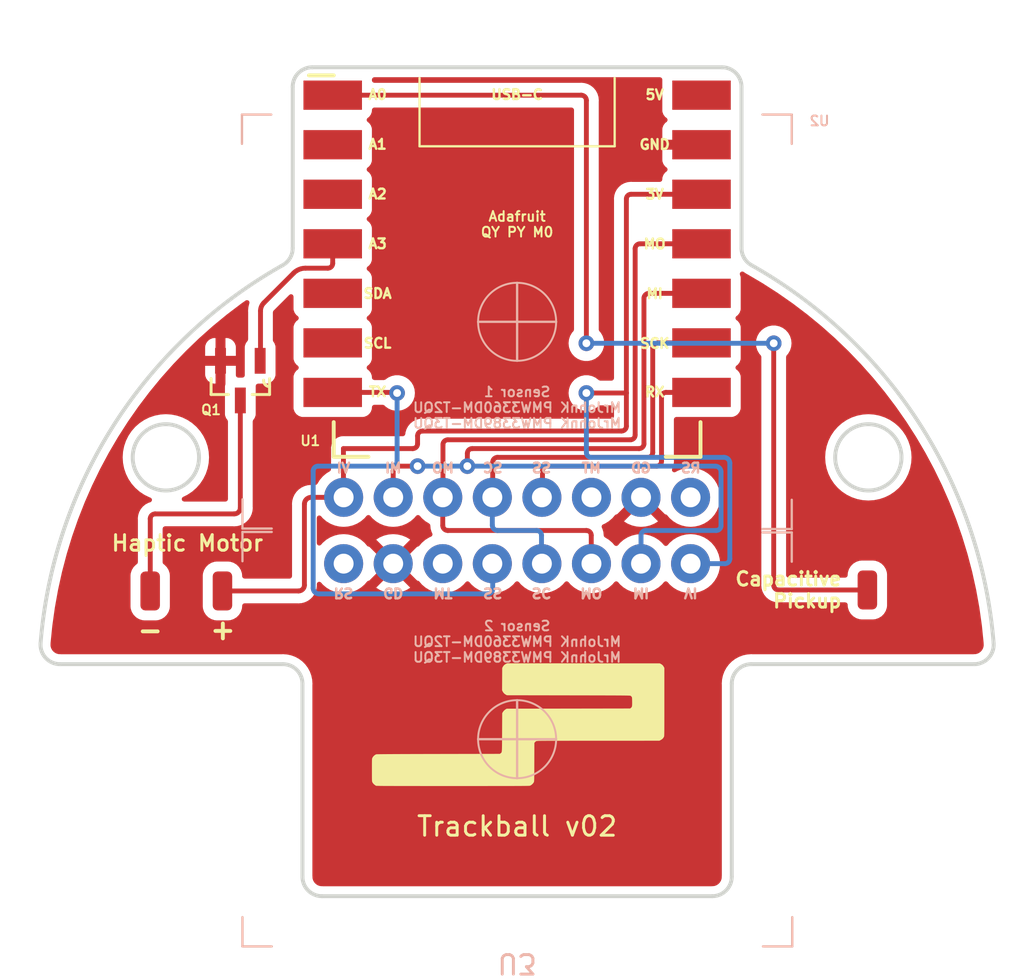
<source format=kicad_pcb>
(kicad_pcb (version 20211014) (generator pcbnew)
  (title_block (title "Claw Trackball") (date "2022-11-11") (rev "v01") (comment 1 "Author: Jim Palmer") (comment 2 "License: MIT"))
  (layers (0 "F.Cu" signal) (31 "B.Cu" signal) (36 "B.SilkS" user "B.Silkscreen") (37 "F.SilkS" user "F.Silkscreen") (38 "B.Mask" user) (39 "F.Mask" user) (44 "Edge.Cuts" user))
  (net 0 "")
  (net 1 "Net-(J1-Pad1)")
  (net 2 "Net-(J2-Pad1)")
  (net 3 "Net-(Q1-Pad1)")
  (net 4 "GND")
  (net 9 "Net-(U1-Pad11)")
  (net 10 "Net-(U1-Pad12)")
  (net 11 "Net-(U1-Pad13)")
  (net 12 "Net-(U1-Pad14)")
  (net 15 "Net-(U1-Pad7)")
  (net 19 "Net-(J3-Pad1)")
  (footprint "Trackball:Adafruit_QT_PY_M0" (layer "F.Cu") (at 144.5 131 -90)
    (fp_text reference "U1" (at 10.1 10.6 unlocked) (layer "F.SilkS") (effects (font (size 0.5 0.5) (thickness 0.1))))
    (fp_text value "Adafruit_QT_Py_M0")
    (fp_text user "RX" (at 7.6 -7.05 unlocked) (layer "F.SilkS") (effects (font (size 0.5 0.5) (thickness 0.125))))
    (fp_text user "MO" (at 0.009606 -7.05 unlocked) (layer "F.SilkS") (effects (font (size 0.5 0.5) (thickness 0.125))))
    (fp_text user "TX" (at 7.590394 7.15 unlocked) (layer "F.SilkS") (effects (font (size 0.5 0.5) (thickness 0.125))))
    (fp_text user "5V" (at -7.640394 -7.05 unlocked) (layer "F.SilkS") (effects (font (size 0.5 0.5) (thickness 0.125))))
    (fp_text user "MI" (at 2.559606 -7.05 unlocked) (layer "F.SilkS") (effects (font (size 0.5 0.5) (thickness 0.125))))
    (fp_text user "USB-C" (at -7.65 0 unlocked) (layer "F.SilkS") (effects (font (size 0.5 0.5) (thickness 0.125))))
    (fp_text user "A3" (at 0 7.15 unlocked) (layer "F.SilkS") (effects (font (size 0.5 0.5) (thickness 0.125))))
    (fp_text user "3V" (at -2.540394 -7.05 unlocked) (layer "F.SilkS") (effects (font (size 0.5 0.5) (thickness 0.125))))
    (fp_text user "GND" (at -5.090394 -7.05 unlocked) (layer "F.SilkS") (effects (font (size 0.5 0.5) (thickness 0.125))))
    (fp_text user "A1" (at -5.1 7.15 unlocked) (layer "F.SilkS") (effects (font (size 0.5 0.5) (thickness 0.125))))
    (fp_text user "SCK" (at 5.109606 -7.05 unlocked) (layer "F.SilkS") (effects (font (size 0.5 0.5) (thickness 0.125))))
    (fp_text user "SCL" (at 5.1 7.15 unlocked) (layer "F.SilkS") (effects (font (size 0.5 0.5) (thickness 0.125))))
    (fp_text user "SDA" (at 2.55 7.15 unlocked) (layer "F.SilkS") (effects (font (size 0.5 0.5) (thickness 0.125))))
    (fp_text user "A2" (at -2.55 7.15 unlocked) (layer "F.SilkS") (effects (font (size 0.5 0.5) (thickness 0.125))))
    (fp_text user "A0" (at -7.65 7.15 unlocked) (layer "F.SilkS") (effects (font (size 0.5 0.5) (thickness 0.125))))
    (fp_line (start -5 5) (end -8.5 5) (layer "F.SilkS") (width 0.12))
    (fp_line (start 9.144 -9.398) (end 10.922 -9.398) (layer "F.SilkS") (width 0.2))
    (fp_line (start -8.636 9.398) (end -8.636 10.668) (layer "F.SilkS") (width 0.2))
    (fp_line (start -5 -5) (end -5 5) (layer "F.SilkS") (width 0.12))
    (fp_line (start 10.922 7.62) (end 10.922 9.398) (layer "F.SilkS") (width 0.2))
    (fp_line (start 10.922 -9.398) (end 10.922 -7.62) (layer "F.SilkS") (width 0.2))
    (fp_line (start -8.5 -5) (end -5 -5) (layer "F.SilkS") (width 0.12))
    (fp_line (start 10.922 9.398) (end 9.144 9.398) (layer "F.SilkS") (width 0.2))
    (pad "1" smd rect locked (at -7.62 9.45 270) (size 1.5 3) (layers "F.Cu" "F.Paste" "F.Mask") (net 19 "Net-(J3-Pad1)"))
    (pad "2" smd rect locked (at -5.08 9.45 270) (size 1.5 3) (layers "F.Cu" "F.Paste" "F.Mask"))
    (pad "3" smd rect locked (at -2.54 9.45 270) (size 1.5 3) (layers "F.Cu" "F.Paste" "F.Mask"))
    (pad "4" smd rect locked (at 0 9.45 270) (size 1.5 3) (layers "F.Cu" "F.Paste" "F.Mask") (net 3 "Net-(Q1-Pad1)"))
    (pad "5" smd rect locked (at 2.54 9.45 270) (size 1.5 3) (layers "F.Cu" "F.Paste" "F.Mask"))
    (pad "6" smd rect locked (at 5.08 9.45 270) (size 1.5 3) (layers "F.Cu" "F.Paste" "F.Mask"))
    (pad "7" smd rect locked (at 7.62 9.45 270) (size 1.5 3) (layers "F.Cu" "F.Paste" "F.Mask") (net 15 "Net-(U1-Pad7)"))
    (pad "8" smd rect locked (at -7.62 -9.45 270) (size 1.5 3) (layers "F.Cu" "F.Paste" "F.Mask"))
    (pad "9" smd rect locked (at -5.08 -9.45 270) (size 1.5 3) (layers "F.Cu" "F.Paste" "F.Mask") (net 4 "GND"))
    (pad "10" smd rect locked (at -2.54 -9.45 270) (size 1.5 3) (layers "F.Cu" "F.Paste" "F.Mask") (net 1 "Net-(J1-Pad1)"))
    (pad "11" smd rect locked (at 0 -9.45 270) (size 1.5 3) (layers "F.Cu" "F.Paste" "F.Mask") (net 9 "Net-(U1-Pad11)"))
    (pad "12" smd rect locked (at 2.54 -9.45 270) (size 1.5 3) (layers "F.Cu" "F.Paste" "F.Mask") (net 10 "Net-(U1-Pad12)"))
    (pad "13" smd rect locked (at 5.08 -9.45 270) (size 1.5 3) (layers "F.Cu" "F.Paste" "F.Mask") (net 11 "Net-(U1-Pad13)"))
    (pad "14" smd rect locked (at 7.62 -9.45 270) (size 1.5 3) (layers "F.Cu" "F.Paste" "F.Mask") (net 12 "Net-(U1-Pad14)"))
  )
  (footprint "Trackball:MMBT2222A-7-F" (layer "F.Cu") (at 130.316 138.016 -90)
    (fp_text reference "Q1" (at 1.5 1.5 180) (layer "F.SilkS") (effects (font (size 0.5 0.5) (thickness 0.1))))
    (fp_text value "MMBT2222A-7-F")
    (fp_line (start 0.7112 -1.4986) (end 0.3048 -1.4986) (layer "F.SilkS") (width 0.1524))
    (fp_line (start -0.1016 1.4986) (end 0.7112 1.4986) (layer "F.SilkS") (width 0.1524))
    (fp_line (start 0.3048 -1.4986) (end -0.1016 -1.4986) (layer "F.SilkS") (width 0.1524))
    (fp_line (start 0.7112 -0.6096) (end 0.7112 -1.4986) (layer "F.SilkS") (width 0.1524))
    (fp_line (start 0.7112 1.4986) (end 0.7112 0.6096) (layer "F.SilkS") (width 0.1524))
    (fp_arc (start 0.3048 -1.4986) (mid 0.206758 -1.273554) (end -0.0254 -1.1938) (layer "F.SilkS") (width 0.1524))
    (pad "1" smd rect (at -1.016 -1.016 270) (size 1.3208 0.5588) (layers "F.Cu" "F.Paste" "F.Mask") (net 3 "Net-(Q1-Pad1)"))
    (pad "2" smd rect (at -1.016 1.016 270) (size 1.3208 0.5588) (layers "F.Cu" "F.Paste" "F.Mask") (net 4 "GND"))
    (pad "3" smd rect (at 1.016 0 270) (size 1.3208 0.5588) (layers "F.Cu" "F.Paste" "F.Mask") (net 2 "Net-(J2-Pad1)"))
  )
  (footprint "LOGO" (layer "F.Cu") (at 144.55 155.65)
    (fp_text reference "G***" hide)
    (fp_text value "LOGO" hide)
    (fp_poly (pts (xy 3.349973 -3.138644) (xy 7.261355 -3.136937) (xy 7.312343 -3.1111) (xy 7.375027 -3.072741) (xy 7.423072 -3.026943) (xy 7.461957 -2.968427) (xy 7.463634 -2.965308) (xy 7.495579 -2.905372) (xy 7.495579 -1.159226) (xy 7.495577 -0.938986) (xy 7.495564 -0.738065) (xy 7.495529 -0.555552) (xy 7.495461 -0.390535) (xy 7.49535 -0.242102) (xy 7.495185 -0.109343) (xy 7.494957 0.008656) (xy 7.494653 0.112805) (xy 7.494264 0.204016) (xy 7.493779 0.283201) (xy 7.493187 0.351272) (xy 7.492478 0.409139) (xy 7.491641 0.457715) (xy 7.490666 0.497912) (xy 7.489542 0.53064) (xy 7.488258 0.556812) (xy 7.486804 0.57734) (xy 7.485169 0.593134) (xy 7.483343 0.605106) (xy 7.481315 0.614169) (xy 7.479074 0.621234) (xy 7.47661 0.627212) (xy 7.474776 0.631177) (xy 7.433805 0.697944) (xy 7.378822 0.752007) (xy 7.31181 0.793532) (xy 7.239974 0.829471) (xy 4.108059 0.830182) (xy 3.807612 0.83028) (xy 3.520016 0.830434) (xy 3.245684 0.830644) (xy 2.985028 0.830906) (xy 2.738461 0.831221) (xy 2.506394 0.831587) (xy 2.28924 0.832003) (xy 2.087412 0.832466) (xy 1.901321 0.832977) (xy 1.73138 0.833533) (xy 1.578001 0.834133) (xy 1.441597 0.834776) (xy 1.322579 0.835461) (xy 1.22136 0.836185) (xy 1.138352 0.836949) (xy 1.073968 0.83775) (xy 1.02862 0.838587) (xy 1.002719 0.839459) (xy 0.996376 0.840272) (xy 1.006003 0.845852) (xy 0.99796 0.84613) (xy 0.98447 0.843977) (xy 0.942358 0.846516) (xy 0.900935 0.868163) (xy 0.862869 0.90706) (xy 0.834528 0.944208) (xy 0.832032 1.744128) (xy 0.83148 1.923234) (xy 0.83098 2.083235) (xy 0.830501 2.225257) (xy 0.83001 2.350425) (xy 0.829476 2.459866) (xy 0.828866 2.554705) (xy 0.828147 2.636068) (xy 0.827289 2.705081) (xy 0.826259 2.762869) (xy 0.825023 2.810558) (xy 0.823552 2.849274) (xy 0.821811 2.880143) (xy 0.819769 2.904291) (xy 0.817395 2.922843) (xy 0.814655 2.936926) (xy 0.811517 2.947664) (xy 0.80795 2.956184) (xy 0.803921 2.963611) (xy 0.799398 2.971072) (xy 0.796855 2.975313) (xy 0.761969 3.022953) (xy 0.7164 3.068807) (xy 0.666483 3.107263) (xy 0.619515 3.132343) (xy 0.61481 3.133981) (xy 0.608981 3.135521) (xy 0.60141 3.136965) (xy 0.591479 3.138317) (xy 0.578571 3.13958) (xy 0.562069 3.140757) (xy 0.541354 3.141851) (xy 0.51581 3.142865) (xy 0.484818 3.143804) (xy 0.447761 3.144669) (xy 0.404021 3.145463) (xy 0.352981 3.146191) (xy 0.294023 3.146855) (xy 0.226529 3.147459) (xy 0.149882 3.148005) (xy 0.063465 3.148497) (xy -0.033341 3.148938) (xy -0.141153 3.149331) (xy -0.260588 3.149679) (xy -0.392265 3.149986) (xy -0.5368 3.150254) (xy -0.694811 3.150487) (xy -0.866917 3.150687) (xy -1.053734 3.150859) (xy -1.25588 3.151005) (xy -1.473974 3.151129) (xy -1.708631 3.151233) (xy -1.960471 3.151321) (xy -2.23011 3.151396) (xy -2.518166 3.151461) (xy -2.825258 3.151519) (xy -3.130745 3.15157) (xy -3.40563 3.151598) (xy -3.676426 3.151596) (xy -3.942368 3.151563) (xy -4.20269 3.151502) (xy -4.456627 3.151412) (xy -4.703411 3.151295) (xy -4.942278 3.151152) (xy -5.172462 3.150984) (xy -5.393197 3.150792) (xy -5.603717 3.150576) (xy -5.803256 3.150339) (xy -5.991048 3.15008) (xy -6.166328 3.149801) (xy -6.328331 3.149503) (xy -6.476289 3.149187) (xy -6.609438 3.148853) (xy -6.727011 3.148503) (xy -6.828242 3.148138) (xy -6.912367 3.147759) (xy -6.978619 3.147367) (xy -7.026232 3.146962) (xy -7.054441 3.146545) (xy -7.055823 3.146512) (xy -7.278631 3.140861) (xy -7.331191 3.10711) (xy -7.399888 3.052558) (xy -7.450987 2.988312) (xy -7.469222 2.954238) (xy -7.473749 2.943982) (xy -7.477584 2.933243) (xy -7.480786 2.920346) (xy -7.48341 2.903619) (xy -7.485515 2.881387) (xy -7.487158 2.851977) (xy -7.488396 2.813714) (xy -7.489286 2.764925) (xy -7.489885 2.703937) (xy -7.490251 2.629075) (xy -7.490441 2.538666) (xy -7.490512 2.431037) (xy -7.490522 2.331621) (xy -7.490504 2.209025) (xy -7.490411 2.104987) (xy -7.490188 2.017835) (xy -7.489777 1.945897) (xy -7.48912 1.8875) (xy -7.488162 1.840971) (xy -7.486846 1.804637) (xy -7.485114 1.776828) (xy -7.482909 1.755869) (xy -7.480175 1.740088) (xy -7.476856 1.727814) (xy -7.472893 1.717372) (xy -7.469362 1.709519) (xy -7.431418 1.647521) (xy -7.380336 1.592354) (xy -7.321221 1.548745) (xy -7.269961 1.524799) (xy -7.259429 1.52363) (xy -7.234603 1.522505) (xy -7.195165 1.521422) (xy -7.140798 1.520378) (xy -7.071185 1.519374) (xy -6.986007 1.518405) (xy -6.884947 1.517472) (xy -6.767688 1.516573) (xy -6.633912 1.515705) (xy -6.483303 1.514867) (xy -6.315541 1.514058) (xy -6.13031 1.513275) (xy -5.927293 1.512517) (xy -5.706171 1.511783) (xy -5.466627 1.51107) (xy -5.208345 1.510377) (xy -4.931005 1.509702) (xy -4.634291 1.509044) (xy -4.317886 1.508401) (xy -4.085065 1.50796) (xy -0.932496 1.502151) (xy -0.893628 1.470885) (xy -0.882364 1.462259) (xy -0.872392 1.454774) (xy -0.863629 1.447216) (xy -0.855989 1.438368) (xy -0.849389 1.427017) (xy -0.843745 1.411945) (xy -0.838971 1.391937) (xy -0.834985 1.365779) (xy -0.8317 1.332253) (xy -0.829035 1.290145) (xy -0.826903 1.238239) (xy -0.825221 1.17532) (xy -0.823904 1.100172) (xy -0.822868 1.011579) (xy -0.82203 0.908326) (xy -0.821304 0.789198) (xy -0.820606 0.652978) (xy -0.819853 0.498452) (xy -0.819355 0.399562) (xy -0.814297 -0.58164) (xy -0.784292 -0.635813) (xy -0.744302 -0.69227) (xy -0.691028 -0.745004) (xy -0.631224 -0.787487) (xy -0.622103 -0.792575) (xy -0.581641 -0.814297) (xy 2.581041 -0.819354) (xy 5.743723 -0.824412) (xy 5.781716 -0.855163) (xy 5.802072 -0.873262) (xy 5.817783 -0.892397) (xy 5.829389 -0.915332) (xy 5.837428 -0.944826) (xy 5.842438 -0.983641) (xy 5.844957 -1.034538) (xy 5.845525 -1.100277) (xy 5.844755 -1.178454) (xy 5.84362 -1.249624) (xy 5.842338 -1.303516) (xy 5.840598 -1.34308) (xy 5.838091 -1.371268) (xy 5.834508 -1.391032) (xy 5.82954 -1.405324) (xy 5.822878 -1.417095) (xy 5.819198 -1.42242) (xy 5.795855 -1.44949) (xy 5.769978 -1.472059) (xy 5.768621 -1.472998) (xy 5.765549 -1.474806) (xy 5.761399 -1.476498) (xy 5.755505 -1.478078) (xy 5.747199 -1.479553) (xy 5.735816 -1.480927) (xy 5.720688 -1.482205) (xy 5.70115 -1.483393) (xy 5.676533 -1.484494) (xy 5.646173 -1.485515) (xy 5.609402 -1.48646) (xy 5.565554 -1.487334) (xy 5.513962 -1.488143) (xy 5.45396 -1.488891) (xy 5.384881 -1.489583) (xy 5.306058 -1.490225) (xy 5.216825 -1.490822) (xy 5.116516 -1.491378) (xy 5.004463 -1.491899) (xy 4.880001 -1.492389) (xy 4.742462 -1.492854) (xy 4.59118 -1.493299) (xy 4.425489 -1.493729) (xy 4.244721 -1.494149) (xy 4.048211 -1.494563) (xy 3.835291 -1.494978) (xy 3.605296 -1.495397) (xy 3.357559 -1.495827) (xy 3.091412 -1.496271) (xy 2.80619 -1.496736) (xy 2.584508 -1.497092) (xy -0.571525 -1.50215) (xy -0.618687 -1.525383) (xy -0.690252 -1.571142) (xy -0.74941 -1.630696) (xy -0.789506 -1.693823) (xy -0.821094 -1.757987) (xy -0.817696 -2.328038) (xy -0.814297 -2.898088) (xy -0.786178 -2.955347) (xy -0.742407 -3.021835) (xy -0.682489 -3.076633) (xy -0.618259 -3.11395) (xy -0.56141 -3.140351)) (layer "F.SilkS") (width 0) (fill solid))
  )
  (footprint "Connector_Wire:SolderWirePad_1x01_SMD_1x2mm" (layer "F.Cu") (at 129.4 148.8)
    (fp_text reference "+" (at -0.05 2.05 90) (layer "F.SilkS") (effects (font (thickness 0.2))))
    (fp_text value "Conn_01x01_Male")
    (pad "1" smd roundrect (at 0 0) (size 1 2) (layers "F.Cu" "F.Paste" "F.Mask") (net 1 "Net-(J1-Pad1)"))
  )
  (footprint "Connector_Wire:SolderWirePad_1x01_SMD_1x2mm" (layer "F.Cu") (at 125.696304 148.8)
    (fp_text reference "-" (at 0 2 180) (layer "F.SilkS") (effects (font (thickness 0.2))))
    (fp_text value "Conn_01x01_Male")
    (pad "1" smd roundrect (at 0 0) (size 1 2) (layers "F.Cu" "F.Paste" "F.Mask") (net 2 "Net-(J2-Pad1)"))
  )
  (footprint "Connector_Wire:SolderWirePad_1x01_SMD_1x2mm" (layer "F.Cu") (at 162.45 148.75)
    (fp_text reference "J3")
    (fp_text value "Conn_01x01_Male")
    (pad "1" smd roundrect (at 0 0) (size 1 2) (layers "F.Cu" "F.Paste" "F.Mask") (net 19 "Net-(J3-Pad1)"))
  )
  (footprint "Trackball:MrJohnK_PMW3360DM-T2QU" (layer "B.Cu") (at 144.5 135 180)
    (fp_text reference "U2" (at -15.5 10.3 unlocked) (layer "B.SilkS") (effects (font (size 0.5 0.5) (thickness 0.1)) (justify mirror)))
    (fp_text value "MrJohnK_PMW3360DM-T2QU")
    (fp_text user "MI" (at 6.35 -7.5 unlocked) (layer "B.SilkS") (effects (font (size 0.5 0.5) (thickness 0.125)) (justify mirror)))
    (fp_text user "MO" (at 3.8 -7.5 unlocked) (layer "B.SilkS") (effects (font (size 0.5 0.5) (thickness 0.125)) (justify mirror)))
    (fp_text user "SC" (at 1.25 -7.5 unlocked) (layer "B.SilkS") (effects (font (size 0.5 0.5) (thickness 0.125)) (justify mirror)))
    (fp_text user "MT" (at -3.8 -7.5 unlocked) (layer "B.SilkS") (effects (font (size 0.5 0.5) (thickness 0.125)) (justify mirror)))
    (fp_text user "GD" (at -6.35 -7.5 unlocked) (layer "B.SilkS") (effects (font (size 0.5 0.5) (thickness 0.125)) (justify mirror)))
    (fp_text user "RS" (at -8.9 -7.5 unlocked) (layer "B.SilkS") (effects (font (size 0.5 0.5) (thickness 0.125)) (justify mirror)))
    (fp_text user "SS" (at -1.25 -7.5 unlocked) (layer "B.SilkS") (effects (font (size 0.5 0.5) (thickness 0.125)) (justify mirror)))
    (fp_text user "VI" (at 8.9 -7.5 unlocked) (layer "B.SilkS") (effects (font (size 0.5 0.5) (thickness 0.125)) (justify mirror)))
    (fp_line (start 12.575 -10.6) (end 14.075 -10.6) (layer "B.SilkS") (width 0.12))
    (fp_line (start -14.075 10.625) (end -14.075 9.125) (layer "B.SilkS") (width 0.12))
    (fp_line (start 12.6 10.625) (end 14.1 10.625) (layer "B.SilkS") (width 0.12))
    (fp_line (start -12.575 -10.625) (end -14.075 -10.625) (layer "B.SilkS") (width 0.12))
    (fp_line (start 2 0) (end -2 0) (layer "B.SilkS") (width 0.12))
    (fp_line (start -14.075 -10.625) (end -14.075 -9.125) (layer "B.SilkS") (width 0.12))
    (fp_line (start -12.575 10.625) (end -14.075 10.625) (layer "B.SilkS") (width 0.12))
    (fp_line (start 0 2) (end 0 -2) (layer "B.SilkS") (width 0.12))
    (fp_line (start 14.1 10.625) (end 14.1 9.125) (layer "B.SilkS") (width 0.12))
    (fp_line (start 14.075 -10.6) (end 14.075 -9.1) (layer "B.SilkS") (width 0.12))
    (fp_circle (center 0 0) (end 2 0) (layer "B.SilkS") (width 0.1) (fill none))
    (pad "1" thru_hole circle (at -8.89 -9 180) (size 2 2) (drill 1.02) (layers *.Cu *.Mask))
    (pad "2" thru_hole circle (at -6.35 -9 180) (size 2 2) (drill 1.02) (layers *.Cu *.Mask) (net 4 "GND"))
    (pad "3" thru_hole circle (at -3.81 -9 180) (size 2 2) (drill 1.02) (layers *.Cu *.Mask))
    (pad "4" thru_hole circle (at -1.27 -9 180) (size 2 2) (drill 1.02) (layers *.Cu *.Mask) (net 12 "Net-(U1-Pad14)"))
    (pad "5" thru_hole circle (at 1.27 -9 180) (size 2 2) (drill 1.02) (layers *.Cu *.Mask) (net 11 "Net-(U1-Pad13)"))
    (pad "6" thru_hole circle (at 3.81 -9 180) (size 2 2) (drill 1.02) (layers *.Cu *.Mask) (net 9 "Net-(U1-Pad11)"))
    (pad "7" thru_hole circle (at 6.35 -9 180) (size 2 2) (drill 1.02) (layers *.Cu *.Mask) (net 10 "Net-(U1-Pad12)"))
    (pad "8" thru_hole circle (at 8.89 -9 180) (size 2 2) (drill 1.02) (layers *.Cu *.Mask) (net 1 "Net-(J1-Pad1)"))
  )
  (footprint "Trackball:MrJohnK_PMW3360DM-T2QU" (layer "B.Cu") (at 144.5 156.4)
    (fp_text reference "U3" (at 0 11.5 180 unlocked) (layer "B.SilkS") (effects (justify mirror)))
    (fp_text value "MrJohnK_PMW3360DM-T2QU")
    (fp_text user "MI" (at 6.35 -7.5 180 unlocked) (layer "B.SilkS") (effects (font (size 0.5 0.5) (thickness 0.125)) (justify mirror)))
    (fp_text user "RS" (at -8.9 -7.5 180 unlocked) (layer "B.SilkS") (effects (font (size 0.5 0.5) (thickness 0.125)) (justify mirror)))
    (fp_text user "GD" (at -6.35 -7.5 180 unlocked) (layer "B.SilkS") (effects (font (size 0.5 0.5) (thickness 0.125)) (justify mirror)))
    (fp_text user "SS" (at -1.25 -7.5 180 unlocked) (layer "B.SilkS") (effects (font (size 0.5 0.5) (thickness 0.125)) (justify mirror)))
    (fp_text user "MO" (at 3.8 -7.5 180 unlocked) (layer "B.SilkS") (effects (font (size 0.5 0.5) (thickness 0.125)) (justify mirror)))
    (fp_text user "MT" (at -3.8 -7.5 180 unlocked) (layer "B.SilkS") (effects (font (size 0.5 0.5) (thickness 0.125)) (justify mirror)))
    (fp_text user "VI" (at 8.9 -7.5 180 unlocked) (layer "B.SilkS") (effects (font (size 0.5 0.5) (thickness 0.125)) (justify mirror)))
    (fp_text user "SC" (at 1.25 -7.5 180 unlocked) (layer "B.SilkS") (effects (font (size 0.5 0.5) (thickness 0.125)) (justify mirror)))
    (fp_line (start -12.575 10.625) (end -14.075 10.625) (layer "B.SilkS") (width 0.12))
    (fp_line (start 12.575 -10.6) (end 14.075 -10.6) (layer "B.SilkS") (width 0.12))
    (fp_line (start 12.6 10.625) (end 14.1 10.625) (layer "B.SilkS") (width 0.12))
    (fp_line (start -12.575 -10.625) (end -14.075 -10.625) (layer "B.SilkS") (width 0.12))
    (fp_line (start 14.075 -10.6) (end 14.075 -9.1) (layer "B.SilkS") (width 0.12))
    (fp_line (start -14.075 -10.625) (end -14.075 -9.125) (layer "B.SilkS") (width 0.12))
    (fp_line (start 14.1 10.625) (end 14.1 9.125) (layer "B.SilkS") (width 0.12))
    (fp_line (start -14.075 10.625) (end -14.075 9.125) (layer "B.SilkS") (width 0.12))
    (fp_line (start 2 0) (end -2 0) (layer "B.SilkS") (width 0.12))
    (fp_line (start 0 2) (end 0 -2) (layer "B.SilkS") (width 0.12))
    (fp_circle (center 0 0) (end 2 0) (layer "B.SilkS") (width 0.1) (fill none))
    (pad "1" thru_hole circle (at -8.89 -9) (size 2 2) (drill 1.02) (layers *.Cu *.Mask))
    (pad "2" thru_hole circle (at -6.35 -9) (size 2 2) (drill 1.02) (layers *.Cu *.Mask) (net 4 "GND"))
    (pad "3" thru_hole circle (at -3.81 -9) (size 2 2) (drill 1.02) (layers *.Cu *.Mask))
    (pad "4" thru_hole circle (at -1.27 -9) (size 2 2) (drill 1.02) (layers *.Cu *.Mask) (net 15 "Net-(U1-Pad7)"))
    (pad "5" thru_hole circle (at 1.27 -9) (size 2 2) (drill 1.02) (layers *.Cu *.Mask) (net 11 "Net-(U1-Pad13)"))
    (pad "6" thru_hole circle (at 3.81 -9) (size 2 2) (drill 1.02) (layers *.Cu *.Mask) (net 9 "Net-(U1-Pad11)"))
    (pad "7" thru_hole circle (at 6.35 -9) (size 2 2) (drill 1.02) (layers *.Cu *.Mask) (net 10 "Net-(U1-Pad12)"))
    (pad "8" thru_hole circle (at 8.89 -9) (size 2 2) (drill 1.02) (layers *.Cu *.Mask) (net 1 "Net-(J1-Pad1)"))
  )
  (gr_arc (start 155.5 153.554407) (mid 155.792891 152.847296) (end 156.5 152.554407) (layer "Edge.Cuts") (width 0.2))
  (gr_arc (start 133 122.95) (mid 133.292893 122.242893) (end 134 121.95) (layer "Edge.Cuts") (width 0.2))
  (gr_arc (start 134.5 164.45) (mid 133.792893 164.157107) (end 133.5 163.45) (layer "Edge.Cuts") (width 0.2))
  (gr_line (start 154.5 164.45) (end 134.5 164.45) (layer "Edge.Cuts") (width 0.2))
  (gr_arc (start 133 131.223889) (mid 132.863191 131.728767) (end 132.490196 132.095501) (layer "Edge.Cuts") (width 0.2))
  (gr_line (start 133 122.95) (end 133 131.223889) (layer "Edge.Cuts") (width 0.2))
  (gr_line (start 156 122.95) (end 156 131.223889) (layer "Edge.Cuts") (width 0.2))
  (gr_arc (start 155.5 163.45) (mid 155.207107 164.157107) (end 154.5 164.45) (layer "Edge.Cuts") (width 0.2))
  (gr_arc (start 120.079836 151.473743) (mid 123.868357 140.236927) (end 132.490196 132.095501) (layer "Edge.Cuts") (width 0.2))
  (gr_arc (start 156.509804 132.095501) (mid 165.131643 140.236927) (end 168.920164 151.473743) (layer "Edge.Cuts") (width 0.2))
  (gr_line (start 133.5 163.45) (end 133.5 153.554407) (layer "Edge.Cuts") (width 0.2))
  (gr_line (start 121.076577 152.554407) (end 132.5 152.554407) (layer "Edge.Cuts") (width 0.2))
  (gr_line (start 156.5 152.554407) (end 167.923423 152.554407) (layer "Edge.Cuts") (width 0.2))
  (gr_circle (center 162.5 141.950004) (end 164.2 141.950004) (layer "Edge.Cuts") (width 0.2) (fill none))
  (gr_line (start 155 121.95) (end 134 121.95) (layer "Edge.Cuts") (width 0.2))
  (gr_arc (start 132.5 152.554407) (mid 133.207107 152.8473) (end 133.5 153.554407) (layer "Edge.Cuts") (width 0.2))
  (gr_line (start 155.5 163.45) (end 155.5 153.554407) (layer "Edge.Cuts") (width 0.2))
  (gr_arc (start 156.509804 132.095501) (mid 156.136814 131.728766) (end 156 131.223889) (layer "Edge.Cuts") (width 0.2))
  (gr_circle (center 126.5 141.950004) (end 128.2 141.950004) (layer "Edge.Cuts") (width 0.2) (fill none))
  (gr_arc (start 155 121.95) (mid 155.707107 122.242893) (end 156 122.95) (layer "Edge.Cuts") (width 0.2))
  (gr_arc (start 121.076577 152.554407) (mid 120.341504 152.232395) (end 120.079836 151.473743) (layer "Edge.Cuts") (width 0.2))
  (gr_arc (start 168.920164 151.473743) (mid 168.658494 152.232398) (end 167.923423 152.554407) (layer "Edge.Cuts") (width 0.2))
  (gr_text "Sensor 2\nMrJohnK PMW3360DM-T2QU\nMrJohnK PMW3389DM-T3QU" (at 144.5 151.4) (layer "B.SilkS") (effects (font (size 0.5 0.5) (thickness 0.1)) (justify mirror)))
  (gr_text "Sensor 1\nMrJohnK PMW3360DM-T2QU\nMrJohnK PMW3389DM-T3QU" (at 144.5 139.4) (layer "B.SilkS") (effects (font (size 0.5 0.5) (thickness 0.1)) (justify mirror)))
  (gr_text "Adafruit\nQY PY M0" (at 144.5 130) (layer "F.SilkS") (effects (font (size 0.5 0.5) (thickness 0.1))))
  (gr_text "Capacitive\nPickup" (at 161.2 148.75) (layer "F.SilkS") (effects (font (size 0.7 0.7)) (justify right)))
  (gr_text "Haptic Motor" (at 127.6 146.35) (layer "F.SilkS") (effects (font (size 0.8 0.8))))
  (gr_text "Trackball v02" (at 144.5 160.868286) (layer "F.SilkS") (effects (font (size 1 1))))
  (segment (start 153.95 128.46) (end 150.34 128.46) (width 0.25) (layer "F.Cu") (net 1))
  (segment (start 150.1 128.7) (end 150.1 138.65) (width 0.25) (layer "F.Cu") (net 1))
  (segment (start 135.6 141.5) (end 135.6 143.99) (width 0.25) (layer "F.Cu") (net 1))
  (segment (start 150.1 138.65) (end 150.1 140.35) (width 0.25) (layer "F.Cu") (net 1))
  (segment (start 133.6 148.5) (end 133.6 144.35) (width 0.25) (layer "F.Cu") (net 1))
  (segment (start 149.85 140.6) (end 139.65 140.6) (width 0.25) (layer "F.Cu") (net 1))
  (segment (start 129.4 148.8) (end 133.3 148.8) (width 0.25) (layer "F.Cu") (net 1))
  (segment (start 139.4 140.85) (end 139.4 141.25) (width 0.25) (layer "F.Cu") (net 1))
  (segment (start 150.1 138.65) (end 148.05 138.65) (width 0.25) (layer "F.Cu") (net 1))
  (segment (start 133.95 144) (end 135.61 144) (width 0.25) (layer "F.Cu") (net 1))
  (segment (start 139.15 141.5) (end 135.6 141.5) (width 0.25) (layer "F.Cu") (net 1))
  (via (at 148.05 138.65) (size 0.8) (drill 0.4) (layers "F.Cu" "B.Cu") (net 1))
  (arc (start 135.6 143.99) (mid 135.602929 143.997071) (end 135.61 144) (width 0.25) (layer "F.Cu") (net 1))
  (arc (start 139.4 141.25) (mid 139.326777 141.426777) (end 139.15 141.5) (width 0.25) (layer "F.Cu") (net 1))
  (arc (start 150.34 128.46) (mid 150.170294 128.530294) (end 150.1 128.7) (width 0.25) (layer "F.Cu") (net 1))
  (arc (start 150.1 140.35) (mid 150.026777 140.526777) (end 149.85 140.6) (width 0.25) (layer "F.Cu") (net 1))
  (arc (start 133.6 144.35) (mid 133.702513 144.102513) (end 133.95 144) (width 0.25) (layer "F.Cu") (net 1))
  (arc (start 139.65 140.6) (mid 139.473223 140.673223) (end 139.4 140.85) (width 0.25) (layer "F.Cu") (net 1))
  (arc (start 133.3 148.8) (mid 133.512132 148.712132) (end 133.6 148.5) (width 0.25) (layer "F.Cu") (net 1))
  (segment (start 155.4 142.25) (end 155.4 147.15) (width 0.25) (layer "B.Cu") (net 1))
  (segment (start 148.05 138.65) (end 148.05 141.7) (width 0.25) (layer "B.Cu") (net 1))
  (segment (start 155.15 147.4) (end 153.39 147.4) (width 0.25) (layer "B.Cu") (net 1))
  (segment (start 148.3 141.95) (end 155.1 141.95) (width 0.25) (layer "B.Cu") (net 1))
  (arc (start 155.1 141.95) (mid 155.312132 142.037868) (end 155.4 142.25) (width 0.25) (layer "B.Cu") (net 1))
  (arc (start 148.05 141.7) (mid 148.123223 141.876777) (end 148.3 141.95) (width 0.25) (layer "B.Cu") (net 1))
  (arc (start 155.4 147.15) (mid 155.326777 147.326777) (end 155.15 147.4) (width 0.25) (layer "B.Cu") (net 1))
  (segment (start 130 144.85) (end 125.95 144.85) (width 0.25) (layer "F.Cu") (net 2))
  (segment (start 130.316 139.032) (end 130.316 144.534) (width 0.25) (layer "F.Cu") (net 2))
  (segment (start 125.7 145.1) (end 125.7 148.796304) (width 0.25) (layer "F.Cu") (net 2))
  (arc (start 125.95 144.85) (mid 125.773223 144.923223) (end 125.7 145.1) (width 0.25) (layer "F.Cu") (net 2))
  (arc (start 130.316 144.534) (mid 130.223446 144.757446) (end 130 144.85) (width 0.25) (layer "F.Cu") (net 2))
  (arc (start 125.7 148.796304) (mid 125.698917 148.798917) (end 125.696304 148.8) (width 0.25) (layer "F.Cu") (net 2))
  (segment (start 131.35 134.45) (end 131.35 136.956545) (width 0.25) (layer "F.Cu") (net 3))
  (segment (start 134.8 132.25) (end 133.653553 132.25) (width 0.25) (layer "F.Cu") (net 3))
  (segment (start 133.05 132.5) (end 131.526777 134.023223) (width 0.25) (layer "F.Cu") (net 3))
  (segment (start 135.05 131) (end 135.05 132) (width 0.25) (layer "F.Cu") (net 3))
  (arc (start 131.35 136.956545) (mid 131.345322 136.980063) (end 131.332 137) (width 0.25) (layer "F.Cu") (net 3))
  (arc (start 131.526777 134.023223) (mid 131.395943 134.21903) (end 131.35 134.45) (width 0.25) (layer "F.Cu") (net 3))
  (arc (start 133.653553 132.25) (mid 133.326913 132.314973) (end 133.05 132.5) (width 0.25) (layer "F.Cu") (net 3))
  (arc (start 131.35 136.982) (mid 131.344728 136.994728) (end 131.332 137) (width 0.25) (layer "F.Cu") (net 3))
  (arc (start 135.05 132) (mid 134.976777 132.176777) (end 134.8 132.25) (width 0.25) (layer "F.Cu") (net 3))
  (segment (start 150.3 141.05) (end 140.95 141.05) (width 0.25) (layer "F.Cu") (net 9))
  (segment (start 150.55 131.25) (end 150.55 140.8) (width 0.25) (layer "F.Cu") (net 9))
  (segment (start 140.7 141.3) (end 140.7 143.99) (width 0.25) (layer "F.Cu") (net 9))
  (segment (start 153.95 131) (end 150.8 131) (width 0.25) (layer "F.Cu") (net 9))
  (segment (start 148.3 145.95) (end 148.3 147.39) (width 0.25) (layer "F.Cu") (net 9))
  (segment (start 140.69 144) (end 140.69 145.44) (width 0.25) (layer "F.Cu") (net 9))
  (segment (start 140.95 145.7) (end 148.05 145.7) (width 0.25) (layer "F.Cu") (net 9))
  (arc (start 148.05 145.7) (mid 148.226777 145.773223) (end 148.3 145.95) (width 0.25) (layer "F.Cu") (net 9))
  (arc (start 140.69 145.44) (mid 140.766152 145.623848) (end 140.95 145.7) (width 0.25) (layer "F.Cu") (net 9))
  (arc (start 150.55 140.8) (mid 150.476777 140.976777) (end 150.3 141.05) (width 0.25) (layer "F.Cu") (net 9))
  (arc (start 148.3 147.39) (mid 148.302929 147.397071) (end 148.31 147.4) (width 0.25) (layer "F.Cu") (net 9))
  (arc (start 140.7 143.99) (mid 140.697071 143.997071) (end 140.69 144) (width 0.25) (layer "F.Cu") (net 9))
  (arc (start 140.95 141.05) (mid 140.773223 141.123223) (end 140.7 141.3) (width 0.25) (layer "F.Cu") (net 9))
  (arc (start 150.8 131) (mid 150.623223 131.073223) (end 150.55 131.25) (width 0.25) (layer "F.Cu") (net 9))
  (segment (start 151 133.8) (end 151 141.25) (width 0.25) (layer "F.Cu") (net 10))
  (segment (start 153.95 133.54) (end 151.26 133.54) (width 0.25) (layer "F.Cu") (net 10))
  (segment (start 150.75 141.5) (end 142.2 141.5) (width 0.25) (layer "F.Cu") (net 10))
  (segment (start 139.4 142.4) (end 138.4 142.4) (width 0.25) (layer "F.Cu") (net 10))
  (segment (start 138.15 142.65) (end 138.15 144) (width 0.25) (layer "F.Cu") (net 10))
  (segment (start 141.95 141.75) (end 141.95 142.4) (width 0.25) (layer "F.Cu") (net 10))
  (via (at 139.4 142.4) (size 0.8) (drill 0.4) (layers "F.Cu" "B.Cu") (net 10))
  (via (at 141.95 142.4) (size 0.8) (drill 0.4) (layers "F.Cu" "B.Cu") (net 10))
  (arc (start 151 141.25) (mid 150.926777 141.426777) (end 150.75 141.5) (width 0.25) (layer "F.Cu") (net 10))
  (arc (start 151.26 133.54) (mid 151.076152 133.616152) (end 151 133.8) (width 0.25) (layer "F.Cu") (net 10))
  (arc (start 142.2 141.5) (mid 142.023223 141.573223) (end 141.95 141.75) (width 0.25) (layer "F.Cu") (net 10))
  (arc (start 138.4 142.4) (mid 138.223223 142.473223) (end 138.15 142.65) (width 0.25) (layer "F.Cu") (net 10))
  (segment (start 150.85 145.95) (end 150.85 147.4) (width 0.25) (layer "B.Cu") (net 10))
  (segment (start 154.95 142.7) (end 154.95 145.45) (width 0.25) (layer "B.Cu") (net 10))
  (segment (start 141.95 142.4) (end 154.65 142.4) (width 0.25) (layer "B.Cu") (net 10))
  (segment (start 154.7 145.7) (end 151.1 145.7) (width 0.25) (layer "B.Cu") (net 10))
  (segment (start 141.95 142.4) (end 139.4 142.4) (width 0.25) (layer "B.Cu") (net 10))
  (arc (start 154.65 142.4) (mid 154.862132 142.487868) (end 154.95 142.7) (width 0.25) (layer "B.Cu") (net 10))
  (arc (start 151.1 145.7) (mid 150.923223 145.773223) (end 150.85 145.95) (width 0.25) (layer "B.Cu") (net 10))
  (arc (start 154.95 145.45) (mid 154.876777 145.626777) (end 154.7 145.7) (width 0.25) (layer "B.Cu") (net 10))
  (segment (start 151.45 136.35) (end 151.45 141.7) (width 0.25) (layer "F.Cu") (net 11))
  (segment (start 143.25 142.2) (end 143.25 143.98) (width 0.25) (layer "F.Cu") (net 11))
  (segment (start 151.2 141.95) (end 143.5 141.95) (width 0.25) (layer "F.Cu") (net 11))
  (segment (start 153.95 136.08) (end 151.72 136.08) (width 0.25) (layer "F.Cu") (net 11))
  (arc (start 143.5 141.95) (mid 143.323223 142.023223) (end 143.25 142.2) (width 0.25) (layer "F.Cu") (net 11))
  (arc (start 151.72 136.08) (mid 151.529081 136.159081) (end 151.45 136.35) (width 0.25) (layer "F.Cu") (net 11))
  (arc (start 143.25 143.98) (mid 143.244142 143.994142) (end 143.23 144) (width 0.25) (layer "F.Cu") (net 11))
  (arc (start 151.45 141.7) (mid 151.376777 141.876777) (end 151.2 141.95) (width 0.25) (layer "F.Cu") (net 11))
  (segment (start 145.75 145.95) (end 145.75 147.38) (width 0.25) (layer "B.Cu") (net 11))
  (segment (start 143.5 145.7) (end 145.5 145.7) (width 0.25) (layer "B.Cu") (net 11))
  (segment (start 143.23 144) (end 143.23 145.43) (width 0.25) (layer "B.Cu") (net 11))
  (arc (start 145.75 147.38) (mid 145.755858 147.394142) (end 145.77 147.4) (width 0.25) (layer "B.Cu") (net 11))
  (arc (start 145.5 145.7) (mid 145.676777 145.773223) (end 145.75 145.95) (width 0.25) (layer "B.Cu") (net 11))
  (arc (start 143.23 145.43) (mid 143.309081 145.620919) (end 143.5 145.7) (width 0.25) (layer "B.Cu") (net 11))
  (segment (start 151.65 142.4) (end 146.05 142.4) (width 0.25) (layer "F.Cu") (net 12))
  (segment (start 151.9 138.85) (end 151.9 142.15) (width 0.25) (layer "F.Cu") (net 12))
  (segment (start 145.8 142.65) (end 145.8 143.97) (width 0.25) (layer "F.Cu") (net 12))
  (segment (start 153.95 138.62) (end 152.13 138.62) (width 0.25) (layer "F.Cu") (net 12))
  (arc (start 146.05 142.4) (mid 145.873223 142.473223) (end 145.8 142.65) (width 0.25) (layer "F.Cu") (net 12))
  (arc (start 151.9 142.15) (mid 151.826777 142.326777) (end 151.65 142.4) (width 0.25) (layer "F.Cu") (net 12))
  (arc (start 152.13 138.62) (mid 151.967365 138.687365) (end 151.9 138.85) (width 0.25) (layer "F.Cu") (net 12))
  (arc (start 145.8 143.97) (mid 145.791213 143.991213) (end 145.77 144) (width 0.25) (layer "F.Cu") (net 12))
  (segment (start 135.05 138.62) (end 138.32 138.62) (width 0.25) (layer "F.Cu") (net 15))
  (via (at 138.35 138.65) (size 0.8) (drill 0.4) (layers "F.Cu" "B.Cu") (net 15))
  (arc (start 138.32 138.62) (mid 138.341213 138.628787) (end 138.35 138.65) (width 0.25) (layer "F.Cu") (net 15))
  (segment (start 138.1 142.4) (end 134.3 142.4) (width 0.25) (layer "B.Cu") (net 15))
  (segment (start 134.05 142.65) (end 134.05 148.65) (width 0.25) (layer "B.Cu") (net 15))
  (segment (start 143.25 148.7) (end 143.25 147.42) (width 0.25) (layer "B.Cu") (net 15))
  (segment (start 134.35 148.95) (end 143 148.95) (width 0.25) (layer "B.Cu") (net 15))
  (segment (start 138.35 138.65) (end 138.35 142.15) (width 0.25) (layer "B.Cu") (net 15))
  (arc (start 143.25 147.42) (mid 143.244142 147.405858) (end 143.23 147.4) (width 0.25) (layer "B.Cu") (net 15))
  (arc (start 134.3 142.4) (mid 134.123223 142.473223) (end 134.05 142.65) (width 0.25) (layer "B.Cu") (net 15))
  (arc (start 138.35 142.15) (mid 138.276777 142.326777) (end 138.1 142.4) (width 0.25) (layer "B.Cu") (net 15))
  (arc (start 143 148.95) (mid 143.176777 148.876777) (end 143.25 148.7) (width 0.25) (layer "B.Cu") (net 15))
  (arc (start 134.05 148.65) (mid 134.137868 148.862132) (end 134.35 148.95) (width 0.25) (layer "B.Cu") (net 15))
  (segment (start 157.65 136.1) (end 157.65 148.5) (width 0.25) (layer "F.Cu") (net 19))
  (segment (start 135.05 123.38) (end 147.78 123.38) (width 0.25) (layer "F.Cu") (net 19))
  (segment (start 148.05 123.65) (end 148.05 136.1) (width 0.25) (layer "F.Cu") (net 19))
  (segment (start 157.9 148.75) (end 162.45 148.75) (width 0.25) (layer "F.Cu") (net 19))
  (via (at 148.05 136.1) (size 0.8) (drill 0.4) (layers "F.Cu" "B.Cu") (net 19))
  (via (at 157.65 136.1) (size 0.8) (drill 0.4) (layers "F.Cu" "B.Cu") (net 19))
  (arc (start 157.65 148.5) (mid 157.723223 148.676777) (end 157.9 148.75) (width 0.25) (layer "F.Cu") (net 19))
  (arc (start 147.78 123.38) (mid 147.970919 123.459081) (end 148.05 123.65) (width 0.25) (layer "F.Cu") (net 19))
  (segment (start 148.05 136.1) (end 157.65 136.1) (width 0.25) (layer "B.Cu") (net 19))
  (zone (net 4) (net_name "GND") (layer "F.Cu") (connect_pads (clearance 0.508)) (min_thickness 0.254) (fill yes (thermal_gap 0.508) (thermal_bridge_width 0.508))
    (polygon (pts (xy 170.5 168.4) (xy 118 168.4) (xy 118 118.5) (xy 170.5 118.5)))
  )
)
</source>
